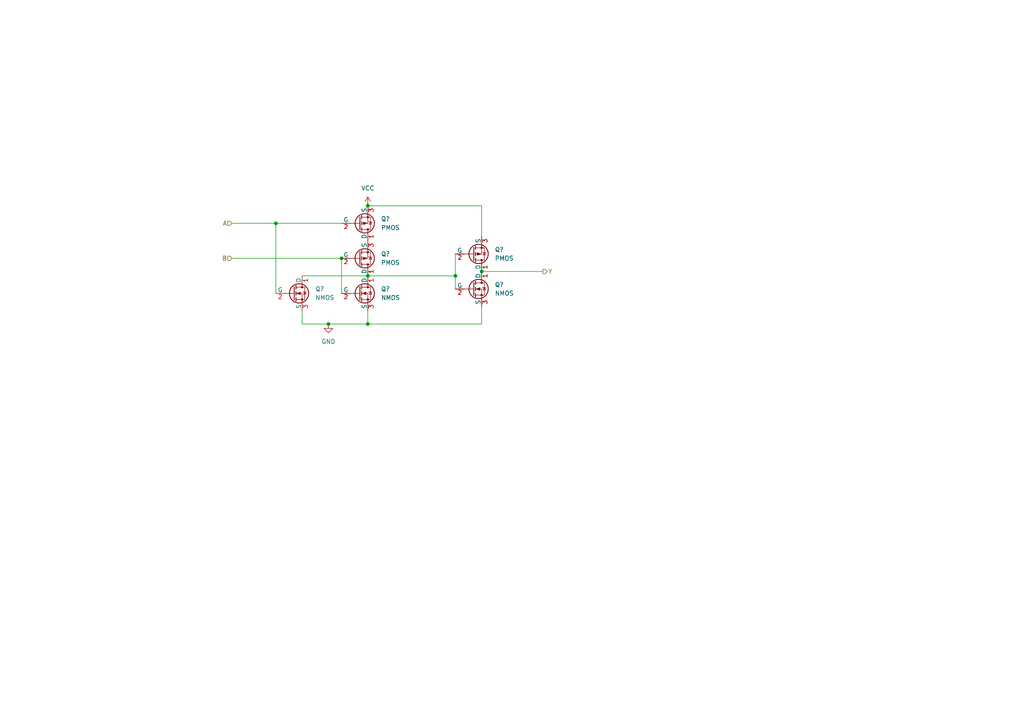
<source format=kicad_sch>
(kicad_sch (version 20250114) (generator "eeschema") (generator_version "9.0")
  (paper "A4")
  (lib_symbols
    (symbol "Simulation_SPICE:NMOS" (pin_names (offset 0))
      (property "Reference" "Q" (at 5.08 1.27 0))
      (property "Value" "NMOS" (at 5.08 -1.27 0))
      (symbol "NMOS_0_1"
        (polyline (pts (xy 0.254 1.905) (xy 0.254 -1.905)) (stroke (width 0.254)))
        (polyline (pts (xy 0.254 0) (xy -2.54 0)))
        (polyline (pts (xy 0.762 2.286) (xy 0.762 1.27)) (stroke (width 0.254)))
        (polyline (pts (xy 0.762 0.508) (xy 0.762 -0.508)) (stroke (width 0.254)))
        (polyline (pts (xy 0.762 -1.27) (xy 0.762 -2.286)) (stroke (width 0.254)))
        (polyline (pts (xy 0.762 -1.778) (xy 3.302 -1.778) (xy 3.302 1.778) (xy 0.762 1.778)))
        (polyline (pts (xy 1.016 0) (xy 2.032 0.381) (xy 2.032 -0.381) (xy 1.016 0)) (fill (type outline)))
        (circle (center 1.651 0) (radius 2.794) (stroke (width 0.254)))
        (polyline (pts (xy 2.54 2.54) (xy 2.54 1.778)))
        (circle (center 2.54 1.778) (radius 0.254) (fill (type outline)))
        (circle (center 2.54 -1.778) (radius 0.254) (fill (type outline)))
        (polyline (pts (xy 2.54 -2.54) (xy 2.54 0) (xy 0.762 0)))
        (polyline (pts (xy 2.794 0.508) (xy 2.921 0.381) (xy 3.683 0.381) (xy 3.81 0.254)))
        (polyline (pts (xy 3.302 0.381) (xy 2.921 -0.254) (xy 3.683 -0.254) (xy 3.302 0.381)))
      )
      (symbol "NMOS_1_1"
        (pin input line (at -5.08 0 0) (length 2.54) (name "G") (number "2"))
        (pin passive line (at 2.54 5.08 270) (length 2.54) (name "D") (number "1"))
        (pin passive line (at 2.54 -5.08 90) (length 2.54) (name "S") (number "3"))
      )
    )
    (symbol "Simulation_SPICE:PMOS" (pin_names (offset 0))
      (property "Reference" "Q" (at 5.08 1.27 0))
      (property "Value" "PMOS" (at 5.08 -1.27 0))
      (symbol "PMOS_0_1"
        (polyline (pts (xy 0.254 1.905) (xy 0.254 -1.905)) (stroke (width 0.254)))
        (polyline (pts (xy 0.254 0) (xy -2.54 0)))
        (polyline (pts (xy 0.762 2.286) (xy 0.762 1.27)) (stroke (width 0.254)))
        (polyline (pts (xy 0.762 1.778) (xy 3.302 1.778) (xy 3.302 -1.778) (xy 0.762 -1.778)))
        (polyline (pts (xy 0.762 0.508) (xy 0.762 -0.508)) (stroke (width 0.254)))
        (polyline (pts (xy 0.762 -1.27) (xy 0.762 -2.286)) (stroke (width 0.254)))
        (circle (center 1.651 0) (radius 2.794) (stroke (width 0.254)))
        (polyline (pts (xy 2.286 0) (xy 1.27 0.381) (xy 1.27 -0.381) (xy 2.286 0)) (fill (type outline)))
        (polyline (pts (xy 2.54 2.54) (xy 2.54 1.778)))
        (circle (center 2.54 1.778) (radius 0.254) (fill (type outline)))
        (circle (center 2.54 -1.778) (radius 0.254) (fill (type outline)))
        (polyline (pts (xy 2.54 -2.54) (xy 2.54 0) (xy 0.762 0)))
        (polyline (pts (xy 2.794 -0.508) (xy 2.921 -0.381) (xy 3.683 -0.381) (xy 3.81 -0.254)))
        (polyline (pts (xy 3.302 -0.381) (xy 2.921 0.254) (xy 3.683 0.254) (xy 3.302 -0.381)))
      )
      (symbol "PMOS_1_1"
        (pin input line (at -5.08 0 0) (length 2.54) (name "G") (number "2"))
        (pin passive line (at 2.54 5.08 270) (length 2.54) (name "D") (number "1"))
        (pin passive line (at 2.54 -5.08 90) (length 2.54) (name "S") (number "3"))
      )
    )
    (symbol "power:GND" (power) (pin_numbers (hide yes)) (pin_names (offset 0) (hide yes))
      (property "Value" "GND" (at 0 -3.81 0))
      (symbol "GND_0_1"
        (polyline (pts (xy 0 0) (xy 0 -1.27) (xy 1.27 -1.27) (xy 0 -2.54) (xy -1.27 -1.27) (xy 0 -1.27)))
      )
      (symbol "GND_1_1"
        (pin power_in line (at 0 0 270) (length 0) (name "~") (number "1"))
      )
    )
    (symbol "power:VCC" (power) (pin_numbers (hide yes)) (pin_names (offset 0) (hide yes))
      (property "Value" "VCC" (at 0 3.556 0))
      (symbol "VCC_0_1"
        (polyline (pts (xy -0.762 1.27) (xy 0 2.54)))
        (polyline (pts (xy 0 2.54) (xy 0.762 1.27)))
        (polyline (pts (xy 0 0) (xy 0 2.54)))
      )
      (symbol "VCC_1_1"
        (pin power_in line (at 0 0 90) (length 0) (name "~") (number "1"))
      )
    )
  )
  (junction (at 99.06 74.93))
  (junction (at 80.01 64.77))
  (junction (at 139.7 78.74))
  (junction (at 106.68 80.01))
  (junction (at 106.68 93.98))
  (junction (at 132.08 80.01))
  (junction (at 106.68 59.69))
  (junction (at 95.25 93.98))
  (wire (pts (xy 132.08 73.66) (xy 132.08 80.01)))
  (wire (pts (xy 87.63 90.17) (xy 87.63 93.98)))
  (wire (pts (xy 95.25 93.98) (xy 106.68 93.98)))
  (wire (pts (xy 139.7 68.58) (xy 139.7 59.69)))
  (wire (pts (xy 106.68 93.98) (xy 106.68 90.17)))
  (wire (pts (xy 67.31 64.77) (xy 80.01 64.77)))
  (wire (pts (xy 99.06 74.93) (xy 99.06 85.09)))
  (wire (pts (xy 106.68 80.01) (xy 132.08 80.01)))
  (wire (pts (xy 67.31 74.93) (xy 99.06 74.93)))
  (wire (pts (xy 106.68 93.98) (xy 139.7 93.98)))
  (wire (pts (xy 139.7 88.9) (xy 139.7 93.98)))
  (wire (pts (xy 87.63 93.98) (xy 95.25 93.98)))
  (wire (pts (xy 80.01 64.77) (xy 80.01 85.09)))
  (wire (pts (xy 87.63 80.01) (xy 106.68 80.01)))
  (wire (pts (xy 139.7 78.74) (xy 157.48 78.74)))
  (wire (pts (xy 132.08 80.01) (xy 132.08 83.82)))
  (wire (pts (xy 139.7 59.69) (xy 106.68 59.69)))
  (wire (pts (xy 99.06 64.77) (xy 80.01 64.77)))
  (hierarchical_label "B" (shape input) (at 67.31 74.93 180))
  (hierarchical_label "A" (shape input) (at 67.31 64.77 180))
  (hierarchical_label "Y" (shape output) (at 157.48 78.74 0))
  (symbol (lib_id "power:VCC") (at 106.68 59.69 0) (unit 1)
    (property "Reference" "#PWR?" (effects (hide yes)))
    (property "Value" "VCC" (at 106.68 54.61 0))
    (property "Description" "Power symbol creates a global label with name \"VCC\"" (effects (hide yes)))
    (instances (project "led_panel_3" (path "" (reference "#PWR?") (unit 1)) (path "" (reference "#PWR?") (unit 1))) (project "main_control" (path "" (reference "#PWR0904") (unit 1)) (path "" (reference "#PWR0902") (unit 1)) (path "" (reference "#PWR0902") (unit 1))))
  )
  (symbol (lib_id "Simulation_SPICE:PMOS") (at 104.14 74.93 0) (mirror x) (unit 1)
    (property "Reference" "Q?" (at 110.49 73.6599 0) (effects (justify left)))
    (property "Value" "PMOS" (at 110.49 76.1999 0) (effects (justify left)))
    (property "Footprint" "Package_TO_SOT_SMD:TSOT-23" (effects (hide yes)))
    (property "Datasheet" "https://ngspice.sourceforge.io/docs/ngspice-html-manual/manual.xhtml#cha_MOSFETs" (effects (hide yes)))
    (property "Description" "P-MOSFET transistor, drain/source/gate" (effects (hide yes)))
    (property "Sim.Device" "PMOS" (effects (hide yes)))
    (property "Sim.Type" "MOS1" (effects (hide yes)))
    (property "Sim.Pins" "1=D 2=G 3=S" (effects (hide yes)))
    (instances (project "led_panel_3" (path "" (reference "Q?") (unit 1)) (path "" (reference "Q?") (unit 1))) (project "main_control" (path "" (reference "Q909") (unit 1)) (path "" (reference "Q903") (unit 1)) (path "" (reference "Q903") (unit 1))))
  )
  (symbol (lib_id "power:GND") (at 95.25 93.98 0) (unit 1)
    (property "Reference" "#PWR?" (effects (hide yes)))
    (property "Value" "GND" (at 95.25 99.06 0))
    (property "Description" "Power symbol creates a global label with name \"GND\" , ground" (effects (hide yes)))
    (instances (project "led_panel_3" (path "" (reference "#PWR?") (unit 1)) (path "" (reference "#PWR?") (unit 1))) (project "main_control" (path "" (reference "#PWR0903") (unit 1)) (path "" (reference "#PWR0901") (unit 1)) (path "" (reference "#PWR0901") (unit 1))))
  )
  (symbol (lib_id "Simulation_SPICE:PMOS") (at 137.16 73.66 0) (mirror x) (unit 1)
    (property "Reference" "Q?" (at 143.51 72.3899 0) (effects (justify left)))
    (property "Value" "PMOS" (at 143.51 74.9299 0) (effects (justify left)))
    (property "Footprint" "Package_TO_SOT_SMD:TSOT-23" (effects (hide yes)))
    (property "Datasheet" "https://ngspice.sourceforge.io/docs/ngspice-html-manual/manual.xhtml#cha_MOSFETs" (effects (hide yes)))
    (property "Description" "P-MOSFET transistor, drain/source/gate" (effects (hide yes)))
    (property "Sim.Device" "PMOS" (effects (hide yes)))
    (property "Sim.Type" "MOS1" (effects (hide yes)))
    (property "Sim.Pins" "1=D 2=G 3=S" (effects (hide yes)))
    (instances (project "led_panel_3" (path "" (reference "Q?") (unit 1)) (path "" (reference "Q?") (unit 1))) (project "main_control" (path "" (reference "Q911") (unit 1)) (path "" (reference "Q905") (unit 1)) (path "" (reference "Q905") (unit 1))))
  )
  (symbol (lib_id "Simulation_SPICE:PMOS") (at 104.14 64.77 0) (mirror x) (unit 1)
    (property "Reference" "Q?" (at 110.49 63.4999 0) (effects (justify left)))
    (property "Value" "PMOS" (at 110.49 66.0399 0) (effects (justify left)))
    (property "Footprint" "Package_TO_SOT_SMD:TSOT-23" (effects (hide yes)))
    (property "Datasheet" "https://ngspice.sourceforge.io/docs/ngspice-html-manual/manual.xhtml#cha_MOSFETs" (effects (hide yes)))
    (property "Description" "P-MOSFET transistor, drain/source/gate" (effects (hide yes)))
    (property "Sim.Device" "PMOS" (effects (hide yes)))
    (property "Sim.Type" "MOS1" (effects (hide yes)))
    (property "Sim.Pins" "1=D 2=G 3=S" (effects (hide yes)))
    (instances (project "led_panel_3" (path "" (reference "Q?") (unit 1)) (path "" (reference "Q?") (unit 1))) (project "main_control" (path "" (reference "Q908") (unit 1)) (path "" (reference "Q902") (unit 1)) (path "" (reference "Q902") (unit 1))))
  )
  (symbol (lib_id "Simulation_SPICE:NMOS") (at 85.09 85.09 0) (unit 1)
    (property "Reference" "Q?" (at 91.44 83.8199 0) (effects (justify left)))
    (property "Value" "NMOS" (at 91.44 86.3599 0) (effects (justify left)))
    (property "Footprint" "Package_TO_SOT_SMD:TSOT-23" (effects (hide yes)))
    (property "Datasheet" "https://ngspice.sourceforge.io/docs/ngspice-html-manual/manual.xhtml#cha_MOSFETs" (effects (hide yes)))
    (property "Description" "N-MOSFET transistor, drain/source/gate" (effects (hide yes)))
    (property "Sim.Device" "NMOS" (effects (hide yes)))
    (property "Sim.Type" "MOS1" (effects (hide yes)))
    (property "Sim.Pins" "1=D 2=G 3=S" (effects (hide yes)))
    (instances (project "led_panel_3" (path "" (reference "Q?") (unit 1)) (path "" (reference "Q?") (unit 1))) (project "main_control" (path "" (reference "Q907") (unit 1)) (path "" (reference "Q901") (unit 1)) (path "" (reference "Q901") (unit 1))))
  )
  (symbol (lib_id "Simulation_SPICE:NMOS") (at 137.16 83.82 0) (unit 1)
    (property "Reference" "Q?" (at 143.51 82.5499 0) (effects (justify left)))
    (property "Value" "NMOS" (at 143.51 85.0899 0) (effects (justify left)))
    (property "Footprint" "Package_TO_SOT_SMD:TSOT-23" (effects (hide yes)))
    (property "Datasheet" "https://ngspice.sourceforge.io/docs/ngspice-html-manual/manual.xhtml#cha_MOSFETs" (effects (hide yes)))
    (property "Description" "N-MOSFET transistor, drain/source/gate" (effects (hide yes)))
    (property "Sim.Device" "NMOS" (effects (hide yes)))
    (property "Sim.Type" "MOS1" (effects (hide yes)))
    (property "Sim.Pins" "1=D 2=G 3=S" (effects (hide yes)))
    (instances (project "led_panel_3" (path "" (reference "Q?") (unit 1)) (path "" (reference "Q?") (unit 1))) (project "main_control" (path "" (reference "Q912") (unit 1)) (path "" (reference "Q906") (unit 1)) (path "" (reference "Q906") (unit 1))))
  )
  (symbol (lib_id "Simulation_SPICE:NMOS") (at 104.14 85.09 0) (unit 1)
    (property "Reference" "Q?" (at 110.49 83.8199 0) (effects (justify left)))
    (property "Value" "NMOS" (at 110.49 86.3599 0) (effects (justify left)))
    (property "Footprint" "Package_TO_SOT_SMD:TSOT-23" (effects (hide yes)))
    (property "Datasheet" "https://ngspice.sourceforge.io/docs/ngspice-html-manual/manual.xhtml#cha_MOSFETs" (effects (hide yes)))
    (property "Description" "N-MOSFET transistor, drain/source/gate" (effects (hide yes)))
    (property "Sim.Device" "NMOS" (effects (hide yes)))
    (property "Sim.Type" "MOS1" (effects (hide yes)))
    (property "Sim.Pins" "1=D 2=G 3=S" (effects (hide yes)))
    (instances (project "led_panel_3" (path "" (reference "Q?") (unit 1)) (path "" (reference "Q?") (unit 1))) (project "main_control" (path "" (reference "Q910") (unit 1)) (path "" (reference "Q904") (unit 1)) (path "" (reference "Q904") (unit 1))))
  )
)
</source>
